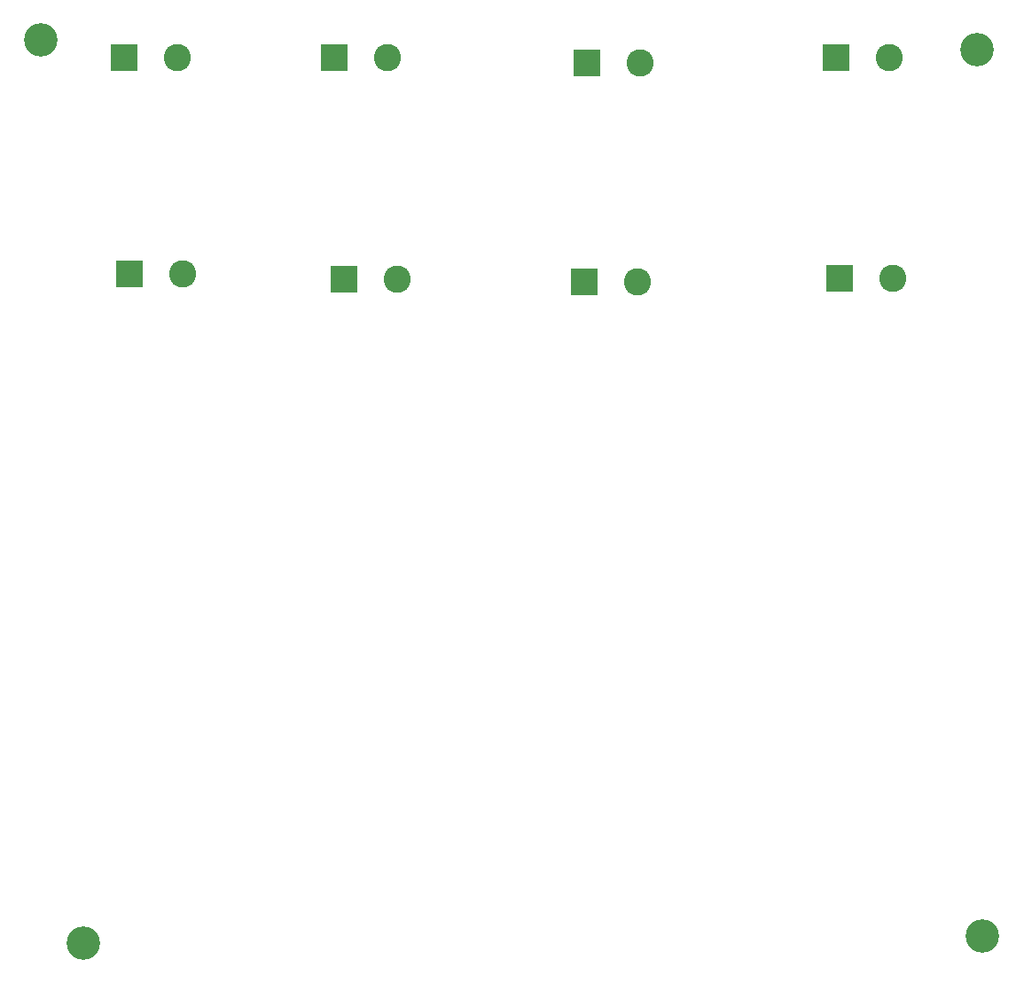
<source format=gbr>
G04 #@! TF.GenerationSoftware,KiCad,Pcbnew,8.0.4*
G04 #@! TF.CreationDate,2024-10-22T20:24:45-05:00*
G04 #@! TF.ProjectId,PCB_split,5043425f-7370-46c6-9974-2e6b69636164,rev?*
G04 #@! TF.SameCoordinates,Original*
G04 #@! TF.FileFunction,Soldermask,Bot*
G04 #@! TF.FilePolarity,Negative*
%FSLAX46Y46*%
G04 Gerber Fmt 4.6, Leading zero omitted, Abs format (unit mm)*
G04 Created by KiCad (PCBNEW 8.0.4) date 2024-10-22 20:24:45*
%MOMM*%
%LPD*%
G01*
G04 APERTURE LIST*
%ADD10C,3.200000*%
%ADD11R,2.600000X2.600000*%
%ADD12C,2.600000*%
G04 APERTURE END LIST*
D10*
G04 #@! TO.C,H4*
X182245000Y-125857000D03*
G04 #@! TD*
D11*
G04 #@! TO.C,J6*
X144202150Y-63373000D03*
D12*
X149282150Y-63373000D03*
G04 #@! TD*
D10*
G04 #@! TO.C,H2*
X181737000Y-41148000D03*
G04 #@! TD*
D12*
G04 #@! TO.C,J7*
X173285150Y-41910000D03*
D11*
X168205150Y-41910000D03*
G04 #@! TD*
G04 #@! TO.C,J4*
X121215150Y-63119000D03*
D12*
X126295150Y-63119000D03*
G04 #@! TD*
D11*
G04 #@! TO.C,J2*
X100768150Y-62611000D03*
D12*
X105848150Y-62611000D03*
G04 #@! TD*
G04 #@! TO.C,J5*
X149531150Y-42469000D03*
D11*
X144451150Y-42469000D03*
G04 #@! TD*
D12*
G04 #@! TO.C,J1*
X105335150Y-41961000D03*
D11*
X100255150Y-41961000D03*
G04 #@! TD*
G04 #@! TO.C,J8*
X168586150Y-62992000D03*
D12*
X173666150Y-62992000D03*
G04 #@! TD*
G04 #@! TO.C,J3*
X125406150Y-41910000D03*
D11*
X120326150Y-41910000D03*
G04 #@! TD*
D10*
G04 #@! TO.C,H1*
X92329000Y-40259000D03*
G04 #@! TD*
G04 #@! TO.C,H3*
X96393000Y-126492000D03*
G04 #@! TD*
M02*

</source>
